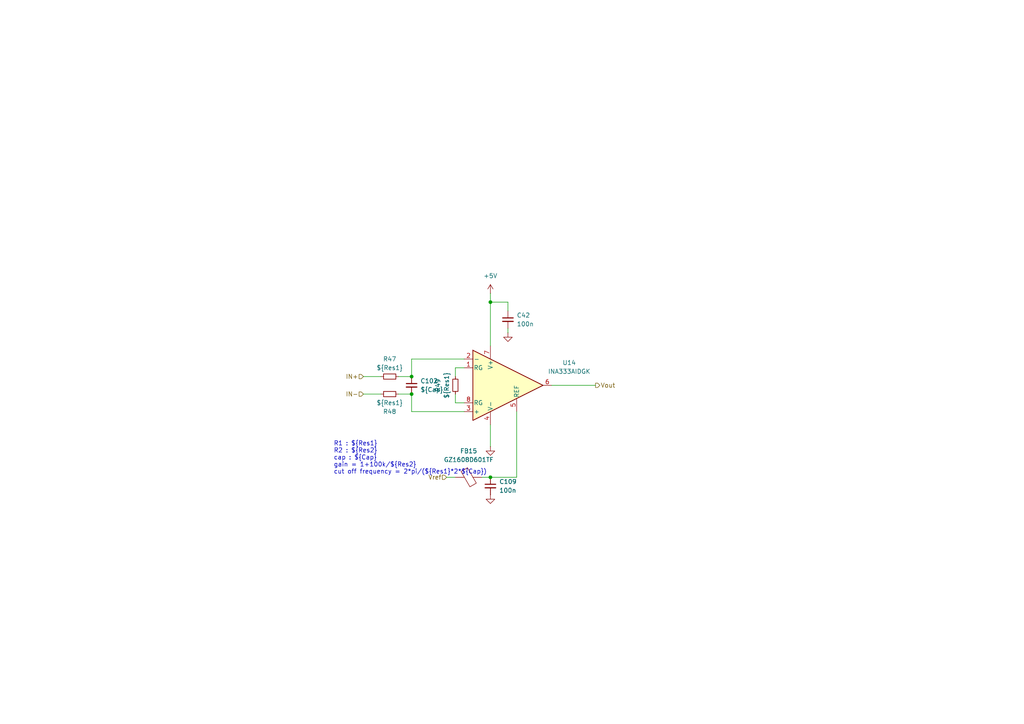
<source format=kicad_sch>
(kicad_sch (version 20231120) (generator "eeschema") (generator_version "8.0")
  (paper "A4")
  (title_block (title "INV_MainBoard_TI") (date "2025-02-22") (rev "1.1") (company "NTURacing Team") (comment 1 "郭哲明 Jack Kuo") (comment 2 "Powertrain Group"))
  (lib_symbols
    (symbol "Device:C_Small" (pin_numbers hide) (pin_names (offset 0.254) hide)
      (property "Reference" "C" (at 0.254 1.778 0))
      (property "Value" "C_Small" (at 0.254 -2.032 0))
      (symbol "C_Small_0_1"
        (polyline (pts (xy -1.524 -0.508) (xy 1.524 -0.508)) (stroke (width 0.3302)))
        (polyline (pts (xy -1.524 0.508) (xy 1.524 0.508)) (stroke (width 0.3048)))
      )
      (symbol "C_Small_1_1"
        (pin passive line (at 0 2.54 270) (length 2.032) (name "~") (number "1"))
        (pin passive line (at 0 -2.54 90) (length 2.032) (name "~") (number "2"))
      )
    )
    (symbol "Device:FerriteBead" (pin_numbers hide) (pin_names (offset 0))
      (property "Reference" "FB" (at -3.81 0.635 90))
      (property "Value" "FerriteBead" (at 3.81 0 90))
      (symbol "FerriteBead_0_1"
        (polyline (pts (xy 0 -1.27) (xy 0 -1.2192)))
        (polyline (pts (xy 0 1.27) (xy 0 1.2954)))
        (polyline (pts (xy -2.7686 0.4064) (xy -1.7018 2.2606) (xy 2.7686 -0.3048) (xy 1.6764 -2.159) (xy -2.7686 0.4064)))
      )
      (symbol "FerriteBead_1_1"
        (pin passive line (at 0 3.81 270) (length 2.54) (name "~") (number "1"))
        (pin passive line (at 0 -3.81 90) (length 2.54) (name "~") (number "2"))
      )
    )
    (symbol "Device:R_Small" (pin_numbers hide) (pin_names (offset 0.254) hide)
      (property "Reference" "R" (at 0.762 0.508 0))
      (property "Value" "R_Small" (at 0.762 -1.016 0))
      (symbol "R_Small_0_1"
        (rectangle (start -0.762 1.778) (end 0.762 -1.778) (stroke (width 0.2032)))
      )
      (symbol "R_Small_1_1"
        (pin passive line (at 0 2.54 270) (length 0.762) (name "~") (number "1"))
        (pin passive line (at 0 -2.54 90) (length 0.762) (name "~") (number "2"))
      )
    )
    (symbol "PCM_Amplifier_Instrumentation_AKL:INA333AIDGK" (pin_names (offset 0.2))
      (property "Reference" "U" (at 6.35 7.62 0))
      (property "Value" "INA333AIDGK" (at 6.35 5.08 0))
      (symbol "INA333AIDGK_0_1"
        (polyline (pts (xy -8.89 10.16) (xy -8.89 -10.16) (xy 11.43 0) (xy -8.89 10.16)) (stroke (width 0.254)) (fill (type background)))
      )
      (symbol "INA333AIDGK_1_1"
        (pin passive line (at -11.43 5.08 0) (length 2.54) (name "RG") (number "1"))
        (pin input line (at -11.43 7.62 0) (length 2.54) (name "-") (number "2"))
        (pin input line (at -11.43 -7.62 0) (length 2.54) (name "+") (number "3"))
        (pin power_in line (at -3.81 -11.43 90) (length 3.81) (name "V-") (number "4"))
        (pin input line (at 3.81 -7.62 90) (length 3.81) (name "REF") (number "5"))
        (pin output line (at 13.97 0 180) (length 2.54) (name "~") (number "6"))
        (pin power_in line (at -3.81 11.43 270) (length 3.81) (name "V+") (number "7"))
        (pin passive line (at -11.43 -5.08 0) (length 2.54) (name "RG") (number "8"))
      )
    )
    (symbol "power:+5V" (power) (pin_numbers hide) (pin_names (offset 0) hide)
      (property "Value" "+5V" (at 0 3.556 0))
      (symbol "+5V_0_1"
        (polyline (pts (xy -0.762 1.27) (xy 0 2.54)))
        (polyline (pts (xy 0 0) (xy 0 2.54)))
        (polyline (pts (xy 0 2.54) (xy 0.762 1.27)))
      )
      (symbol "+5V_1_1"
        (pin power_in line (at 0 0 90) (length 0) (name "~") (number "1"))
      )
    )
    (symbol "power:GND" (power) (pin_numbers hide) (pin_names (offset 0) hide)
      (property "Value" "GND" (at 0 -3.81 0))
      (symbol "GND_0_1"
        (polyline (pts (xy 0 0) (xy 0 -1.27) (xy 1.27 -1.27) (xy 0 -2.54) (xy -1.27 -1.27) (xy 0 -1.27)))
      )
      (symbol "GND_1_1"
        (pin power_in line (at 0 0 270) (length 0) (name "~") (number "1"))
      )
    )
  )
  (junction (at 142.24 87.63))
  (junction (at 119.38 109.22))
  (junction (at 142.24 138.43))
  (junction (at 119.38 114.3))
  (wire (pts (xy 132.08 109.22) (xy 132.08 106.68)))
  (wire (pts (xy 149.86 138.43) (xy 149.86 119.38)))
  (wire (pts (xy 119.38 104.14) (xy 119.38 109.22)))
  (wire (pts (xy 160.02 111.76) (xy 172.72 111.76)))
  (wire (pts (xy 129.54 138.43) (xy 132.08 138.43)))
  (wire (pts (xy 142.24 138.43) (xy 149.86 138.43)))
  (wire (pts (xy 134.62 104.14) (xy 119.38 104.14)))
  (wire (pts (xy 142.24 85.09) (xy 142.24 87.63)))
  (wire (pts (xy 115.57 114.3) (xy 119.38 114.3)))
  (wire (pts (xy 119.38 119.38) (xy 119.38 114.3)))
  (wire (pts (xy 139.7 138.43) (xy 142.24 138.43)))
  (wire (pts (xy 105.41 114.3) (xy 110.49 114.3)))
  (wire (pts (xy 105.41 109.22) (xy 110.49 109.22)))
  (wire (pts (xy 132.08 116.84) (xy 134.62 116.84)))
  (wire (pts (xy 147.32 90.17) (xy 147.32 87.63)))
  (wire (pts (xy 134.62 119.38) (xy 119.38 119.38)))
  (wire (pts (xy 132.08 106.68) (xy 134.62 106.68)))
  (wire (pts (xy 147.32 96.52) (xy 147.32 95.25)))
  (wire (pts (xy 142.24 129.54) (xy 142.24 123.19)))
  (wire (pts (xy 142.24 87.63) (xy 142.24 100.33)))
  (wire (pts (xy 115.57 109.22) (xy 119.38 109.22)))
  (wire (pts (xy 147.32 87.63) (xy 142.24 87.63)))
  (wire (pts (xy 132.08 114.3) (xy 132.08 116.84)))
  (text "R1 : ${Res1} \nR2 : ${Res2}\ncap : ${Cap}\ngain = 1+100k/${Res2}\ncut off frequency = 2*pi/(${Res1}*2*${Cap})" (at 96.774 128.016 0) (effects (font (size 1.27 1.27)) (justify left top)))
  (hierarchical_label "Vout" (shape output) (at 172.72 111.76 0))
  (hierarchical_label "Vref" (shape input) (at 129.54 138.43 180))
  (hierarchical_label "IN+" (shape input) (at 105.41 109.22 180))
  (hierarchical_label "IN-" (shape input) (at 105.41 114.3 180))
  (symbol (lib_id "Device:C_Small") (at 142.24 140.97 0) (unit 1)
    (property "Reference" "C109" (at 144.78 139.7063 0) (effects (justify left)))
    (property "Value" "100n" (at 144.78 142.2463 0) (effects (justify left)))
    (property "Footprint" "Capacitor_SMD:C_0402_1005Metric" (effects (hide yes)))
    (property "Description" "Unpolarized capacitor, small symbol" (effects (hide yes)))
    (instances (project "INV_MainBoard_TI" (path "" (reference "C109") (unit 1)) (path "" (reference "C106") (unit 1)) (path "" (reference "C108") (unit 1)) (path "" (reference "C105") (unit 1)) (path "" (reference "C107") (unit 1))))
  )
  (symbol (lib_id "Device:FerriteBead") (at 135.89 138.43 270) (mirror x) (unit 1)
    (property "Reference" "FB15" (at 135.9408 130.81 90))
    (property "Value" "GZ1608D601TF" (at 135.9408 133.35 90))
    (property "Footprint" "Capacitor_SMD:C_0603_1608Metric" (effects (hide yes)))
    (property "Description" "Ferrite bead" (effects (hide yes)))
    (instances (project "INV_MainBoard_TI" (path "" (reference "FB15") (unit 1)) (path "" (reference "FB6") (unit 1)) (path "" (reference "FB13") (unit 1)) (path "" (reference "FB5") (unit 1)) (path "" (reference "FB10") (unit 1))))
  )
  (symbol (lib_id "power:GND") (at 142.24 143.51 0) (unit 1)
    (property "Reference" "#PWR0122" (effects (hide yes)))
    (property "Value" "GND" (effects (hide yes)))
    (property "Description" "Power symbol creates a global label with name \"GND\" , ground" (effects (hide yes)))
    (instances (project "INV_MainBoard_TI" (path "" (reference "#PWR0122") (unit 1)) (path "" (reference "#PWR044") (unit 1)) (path "" (reference "#PWR092") (unit 1)) (path "" (reference "#PWR012") (unit 1)) (path "" (reference "#PWR080") (unit 1))))
  )
  (symbol (lib_id "power:+5V") (at 142.24 85.09 0) (unit 1)
    (property "Reference" "#PWR0116" (effects (hide yes)))
    (property "Value" "+5V" (at 142.24 80.01 0))
    (property "Description" "Power symbol creates a global label with name \"+5V\"" (effects (hide yes)))
    (instances (project "INV_MainBoard_TI" (path "" (reference "#PWR0116") (unit 1)) (path "" (reference "#PWR0142") (unit 1)) (path "" (reference "#PWR0112") (unit 1)) (path "" (reference "#PWR0102") (unit 1)) (path "" (reference "#PWR0105") (unit 1))))
  )
  (symbol (lib_id "Device:R_Small") (at 132.08 111.76 0) (mirror x) (unit 1)
    (property "Reference" "R49" (at 127 111.76 90))
    (property "Value" "${Res1}" (at 129.54 111.76 90))
    (property "Footprint" "Resistor_SMD:R_0402_1005Metric" (effects (hide yes)))
    (property "Description" "Resistor, small symbol" (effects (hide yes)))
    (instances (project "INV_MainBoard_TI" (path "" (reference "R49") (unit 1)) (path "" (reference "R37") (unit 1)) (path "" (reference "R45") (unit 1)) (path "" (reference "R65") (unit 1)) (path "" (reference "R41") (unit 1))))
  )
  (symbol (lib_id "Device:C_Small") (at 119.38 111.76 0) (unit 1)
    (property "Reference" "C102" (at 121.92 110.4963 0) (effects (justify left)))
    (property "Value" "${Cap}" (at 121.92 113.0363 0) (effects (justify left)))
    (property "Footprint" "Capacitor_SMD:C_0402_1005Metric" (effects (hide yes)))
    (property "Description" "Unpolarized capacitor, small symbol" (effects (hide yes)))
    (instances (project "INV_MainBoard_TI" (path "" (reference "C102") (unit 1)) (path "" (reference "C99") (unit 1)) (path "" (reference "C101") (unit 1)) (path "" (reference "C96") (unit 1)) (path "" (reference "C100") (unit 1))))
  )
  (symbol (lib_id "power:GND") (at 147.32 96.52 0) (unit 1)
    (property "Reference" "#PWR0114" (effects (hide yes)))
    (property "Value" "GND" (effects (hide yes)))
    (property "Description" "Power symbol creates a global label with name \"GND\" , ground" (effects (hide yes)))
    (instances (project "INV_MainBoard_TI" (path "" (reference "#PWR0114") (unit 1)) (path "" (reference "#PWR0135") (unit 1)) (path "" (reference "#PWR0110") (unit 1)) (path "" (reference "#PWR0101") (unit 1)) (path "" (reference "#PWR0104") (unit 1))))
  )
  (symbol (lib_id "Device:R_Small") (at 113.03 109.22 90) (mirror x) (unit 1)
    (property "Reference" "R47" (at 113.03 104.14 90))
    (property "Value" "${Res1}" (at 113.03 106.68 90))
    (property "Footprint" "Resistor_SMD:R_0402_1005Metric" (effects (hide yes)))
    (property "Description" "Resistor, small symbol" (effects (hide yes)))
    (instances (project "INV_MainBoard_TI" (path "" (reference "R47") (unit 1)) (path "" (reference "R35") (unit 1)) (path "" (reference "R43") (unit 1)) (path "" (reference "R63") (unit 1)) (path "" (reference "R39") (unit 1))))
  )
  (symbol (lib_id "Device:R_Small") (at 113.03 114.3 90) (unit 1)
    (property "Reference" "R48" (at 113.03 119.38 90))
    (property "Value" "${Res1}" (at 113.03 116.84 90))
    (property "Footprint" "Resistor_SMD:R_0402_1005Metric" (effects (hide yes)))
    (property "Description" "Resistor, small symbol" (effects (hide yes)))
    (instances (project "INV_MainBoard_TI" (path "" (reference "R48") (unit 1)) (path "" (reference "R36") (unit 1)) (path "" (reference "R44") (unit 1)) (path "" (reference "R64") (unit 1)) (path "" (reference "R40") (unit 1))))
  )
  (symbol (lib_id "power:GND") (at 142.24 129.54 0) (unit 1)
    (property "Reference" "#PWR0117" (effects (hide yes)))
    (property "Value" "GND" (effects (hide yes)))
    (property "Description" "Power symbol creates a global label with name \"GND\" , ground" (effects (hide yes)))
    (instances (project "INV_MainBoard_TI" (path "" (reference "#PWR0117") (unit 1)) (path "" (reference "#PWR0144") (unit 1)) (path "" (reference "#PWR0113") (unit 1)) (path "" (reference "#PWR0103") (unit 1)) (path "" (reference "#PWR0108") (unit 1))))
  )
  (symbol (lib_id "Device:C_Small") (at 147.32 92.71 0) (unit 1)
    (property "Reference" "C42" (at 149.86 91.4463 0) (effects (justify left)))
    (property "Value" "100n" (at 149.86 93.9863 0) (effects (justify left)))
    (property "Footprint" "Capacitor_SMD:C_0402_1005Metric" (effects (hide yes)))
    (property "Description" "Unpolarized capacitor, small symbol" (effects (hide yes)))
    (instances (project "INV_MainBoard_TI" (path "" (reference "C42") (unit 1)) (path "" (reference "C21") (unit 1)) (path "" (reference "C41") (unit 1)) (path "" (reference "C43") (unit 1)) (path "" (reference "C40") (unit 1))))
  )
  (symbol (lib_id "PCM_Amplifier_Instrumentation_AKL:INA333AIDGK") (at 146.05 111.76 0) (unit 1)
    (property "Reference" "U14" (at 165.1 105.2027 0))
    (property "Value" "INA333AIDGK" (at 165.1 107.7427 0))
    (property "Footprint" "PCM_Package_SO_AKL:MSOP-8_3x3mm_P0.65mm" (effects (hide yes)))
    (property "Datasheet" "https://www.ti.com/lit/ds/symlink/ina333.pdf?ts=1636192898771&ref_url=https%253A%252F%252Fwww.google.com%252F" (effects (hide yes)))
    (property "Description" "MSOP-8 Auto Zero Rail-to-Rail Instrumentation Amplifier, 25μV Offset, 100nV/°C drift, 1 to 1000 Gain, Alternate KiCAD Library" (effects (hide yes)))
    (instances (project "INV_MainBoard_TI" (path "" (reference "U14") (unit 1)) (path "" (reference "U7") (unit 1)) (path "" (reference "U9") (unit 1)) (path "" (reference "U3") (unit 1)) (path "" (reference "U8") (unit 1))))
  )
)
</source>
